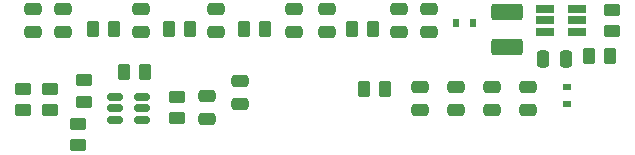
<source format=gbr>
%TF.GenerationSoftware,KiCad,Pcbnew,6.0.4-6f826c9f35~116~ubuntu20.04.1*%
%TF.CreationDate,2022-05-17T19:32:16+00:00*%
%TF.ProjectId,USTSIPM01A,55535453-4950-44d3-9031-412e6b696361,rev?*%
%TF.SameCoordinates,Original*%
%TF.FileFunction,Paste,Bot*%
%TF.FilePolarity,Positive*%
%FSLAX46Y46*%
G04 Gerber Fmt 4.6, Leading zero omitted, Abs format (unit mm)*
G04 Created by KiCad (PCBNEW 6.0.4-6f826c9f35~116~ubuntu20.04.1) date 2022-05-17 19:32:16*
%MOMM*%
%LPD*%
G01*
G04 APERTURE LIST*
G04 Aperture macros list*
%AMRoundRect*
0 Rectangle with rounded corners*
0 $1 Rounding radius*
0 $2 $3 $4 $5 $6 $7 $8 $9 X,Y pos of 4 corners*
0 Add a 4 corners polygon primitive as box body*
4,1,4,$2,$3,$4,$5,$6,$7,$8,$9,$2,$3,0*
0 Add four circle primitives for the rounded corners*
1,1,$1+$1,$2,$3*
1,1,$1+$1,$4,$5*
1,1,$1+$1,$6,$7*
1,1,$1+$1,$8,$9*
0 Add four rect primitives between the rounded corners*
20,1,$1+$1,$2,$3,$4,$5,0*
20,1,$1+$1,$4,$5,$6,$7,0*
20,1,$1+$1,$6,$7,$8,$9,0*
20,1,$1+$1,$8,$9,$2,$3,0*%
G04 Aperture macros list end*
%ADD10RoundRect,0.250000X-0.262500X-0.450000X0.262500X-0.450000X0.262500X0.450000X-0.262500X0.450000X0*%
%ADD11RoundRect,0.250000X0.475000X-0.250000X0.475000X0.250000X-0.475000X0.250000X-0.475000X-0.250000X0*%
%ADD12RoundRect,0.250000X-0.475000X0.250000X-0.475000X-0.250000X0.475000X-0.250000X0.475000X0.250000X0*%
%ADD13RoundRect,0.250001X1.074999X-0.462499X1.074999X0.462499X-1.074999X0.462499X-1.074999X-0.462499X0*%
%ADD14R,0.600000X0.700000*%
%ADD15RoundRect,0.250000X0.450000X-0.262500X0.450000X0.262500X-0.450000X0.262500X-0.450000X-0.262500X0*%
%ADD16RoundRect,0.150000X-0.512500X-0.150000X0.512500X-0.150000X0.512500X0.150000X-0.512500X0.150000X0*%
%ADD17RoundRect,0.250000X-0.450000X0.262500X-0.450000X-0.262500X0.450000X-0.262500X0.450000X0.262500X0*%
%ADD18R,0.700000X0.600000*%
%ADD19R,1.560000X0.650000*%
%ADD20RoundRect,0.250000X-0.250000X-0.475000X0.250000X-0.475000X0.250000X0.475000X-0.250000X0.475000X0*%
G04 APERTURE END LIST*
D10*
%TO.C,R13*%
X30075500Y11430000D03*
X31900500Y11430000D03*
%TD*%
D11*
%TO.C,C12*%
X27940000Y11242000D03*
X27940000Y13142000D03*
%TD*%
%TO.C,C9*%
X3048000Y11242000D03*
X3048000Y13142000D03*
%TD*%
%TO.C,C13*%
X25146000Y11242000D03*
X25146000Y13142000D03*
%TD*%
D12*
%TO.C,C14*%
X41910000Y6538000D03*
X41910000Y4638000D03*
%TD*%
D13*
%TO.C,L1*%
X43180000Y9942500D03*
X43180000Y12917500D03*
%TD*%
D14*
%TO.C,D2*%
X38924000Y11938000D03*
X40324000Y11938000D03*
%TD*%
D10*
%TO.C,R1*%
X20931500Y11430000D03*
X22756500Y11430000D03*
%TD*%
D12*
%TO.C,C3*%
X44958000Y6538000D03*
X44958000Y4638000D03*
%TD*%
D15*
%TO.C,R12*%
X6858000Y1627500D03*
X6858000Y3452500D03*
%TD*%
D12*
%TO.C,C15*%
X38862000Y6538000D03*
X38862000Y4638000D03*
%TD*%
D11*
%TO.C,C1*%
X18542000Y11242000D03*
X18542000Y13142000D03*
%TD*%
D16*
%TO.C,U2*%
X10019750Y3791250D03*
X10019750Y4741250D03*
X10019750Y5691250D03*
X12294750Y5691250D03*
X12294750Y4741250D03*
X12294750Y3791250D03*
%TD*%
D15*
%TO.C,R11*%
X15240000Y3913500D03*
X15240000Y5738500D03*
%TD*%
D10*
%TO.C,R6*%
X50141500Y9144000D03*
X51966500Y9144000D03*
%TD*%
%TO.C,R2*%
X14581500Y11430000D03*
X16406500Y11430000D03*
%TD*%
D17*
%TO.C,R8*%
X4553250Y6415750D03*
X4553250Y4590750D03*
%TD*%
D11*
%TO.C,C11*%
X34036000Y11242000D03*
X34036000Y13142000D03*
%TD*%
D12*
%TO.C,C8*%
X17780000Y5776000D03*
X17780000Y3876000D03*
%TD*%
D10*
%TO.C,R4*%
X8128000Y11430000D03*
X9953000Y11430000D03*
%TD*%
D12*
%TO.C,C4*%
X35814000Y6538000D03*
X35814000Y4638000D03*
%TD*%
D15*
%TO.C,R5*%
X2267250Y4590750D03*
X2267250Y6415750D03*
%TD*%
%TO.C,R7*%
X52070000Y11279500D03*
X52070000Y13104500D03*
%TD*%
D10*
%TO.C,R9*%
X10752750Y7789250D03*
X12577750Y7789250D03*
%TD*%
D18*
%TO.C,D1*%
X48260000Y6542000D03*
X48260000Y5142000D03*
%TD*%
D11*
%TO.C,C6*%
X5588000Y11242000D03*
X5588000Y13142000D03*
%TD*%
D19*
%TO.C,U3*%
X49102000Y13142000D03*
X49102000Y12192000D03*
X49102000Y11242000D03*
X46402000Y11242000D03*
X46402000Y12192000D03*
X46402000Y13142000D03*
%TD*%
D11*
%TO.C,C5*%
X12192000Y11242000D03*
X12192000Y13142000D03*
%TD*%
D10*
%TO.C,R3*%
X31091500Y6350000D03*
X32916500Y6350000D03*
%TD*%
D11*
%TO.C,C10*%
X36576000Y11242000D03*
X36576000Y13142000D03*
%TD*%
D20*
%TO.C,C2*%
X46294000Y8890000D03*
X48194000Y8890000D03*
%TD*%
D12*
%TO.C,C7*%
X20574000Y7046000D03*
X20574000Y5146000D03*
%TD*%
D15*
%TO.C,R10*%
X7366000Y5287000D03*
X7366000Y7112000D03*
%TD*%
M02*

</source>
